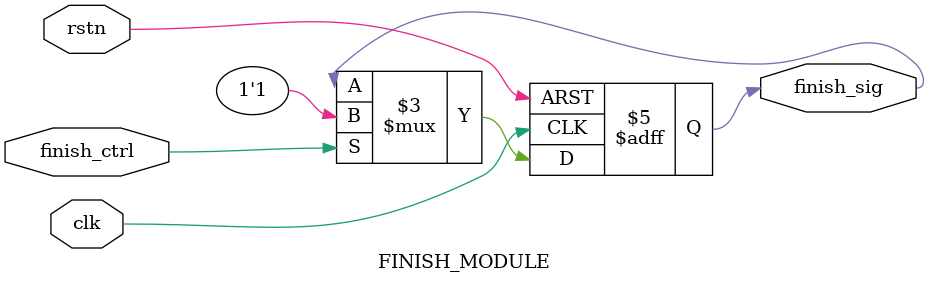
<source format=v>
module FINISH_MODULE(
    input clk,
    input rstn,
    input finish_ctrl,
    output reg finish_sig
  );

  always@(posedge clk or negedge rstn)
  begin
    if(~rstn)
    begin
      finish_sig<=1'b0;
    end
    else
    begin
      if (finish_ctrl)
      begin
        finish_sig<=1'b1;
      end
    end
  end


endmodule

</source>
